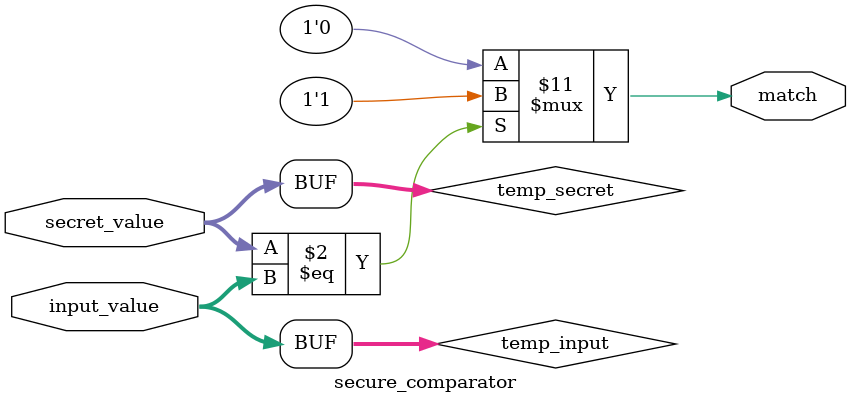
<source format=v>
module secure_comparator(
    input wire [7:0] secret_value,
    input wire [7:0] input_value,
    output reg match
);
    reg [7:0] temp_secret;
    reg [7:0] temp_input;
    reg delay_flag;

    always @(*) begin
        temp_secret = secret_value;
        temp_input = input_value;
        delay_flag = 1'b0;

        if (temp_secret == temp_input) begin
            match = 1'b1;
        end else begin
            match = 1'b0;
            if (temp_secret[0] == 1'b1) begin
                delay_flag = 1'b1; // Introduce delay if LSB of secret is 1
            end
        end

        if (delay_flag) begin
            #1; // Delay to create observable discrepancy
        end
    end
endmodule
</source>
